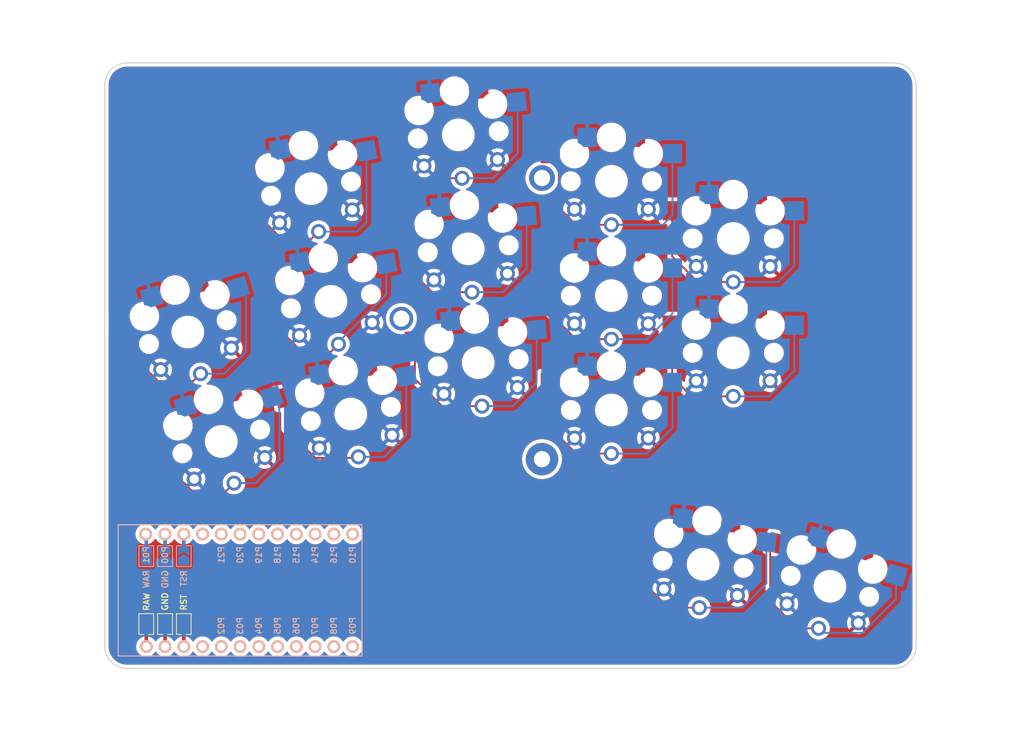
<source format=kicad_pcb>
(kicad_pcb (version 20211014) (generator pcbnew)
  (title_block (title "berylline_choc_min") (rev "v1.0.0") (company "Unknown"))
  (layers (0 "F.Cu" signal) (31 "B.Cu" signal) (34 "B.Paste" user) (35 "F.Paste" user) (36 "B.SilkS" user "B.Silkscreen") (37 "F.SilkS" user "F.Silkscreen") (38 "B.Mask" user) (39 "F.Mask" user) (44 "Edge.Cuts" user))
  (net 0 "")
  (net 1 "GND")
  (net 2 "RAW")
  (net 3 "RST")
  (net 4 "P2")
  (net 5 "P9")
  (net 6 "P8")
  (net 7 "P7")
  (net 8 "P6")
  (net 9 "P5")
  (net 10 "P4")
  (net 11 "P3")
  (net 12 "P10")
  (net 13 "P16")
  (net 14 "P14")
  (net 15 "P15")
  (net 16 "P18")
  (net 17 "P19")
  (net 18 "P20")
  (net 19 "P21")
  (footprint "clipboard:26e710fa-e187-4e29-9de4-4e8ff64e7115" (layer "F.Cu") (at 269.314 81.694)
    (fp_text reference "" (at 0 0) (layer "F.SilkS") (effects (font (size 1.27 1.27))))
    (fp_text value "" (at 0 0) (layer "F.SilkS") (effects (font (size 1.27 1.27))))
    (pad "1" thru_hole circle (at -17.6 -9.05) (size 3.5 3.5) (drill 2.2) (layers *.Cu *.Mask))
    (pad "1" thru_hole circle (at -17.6 29.05) (size 4.4 4.4) (drill 2.2) (layers *.Cu *.Mask))
    (pad "1" thru_hole circle (at -36.65 10) (size 3.2 3.2) (drill 2.2) (layers *.Cu *.Mask))
  )
  (footprint "Alaa:key" (layer "F.Cu") (at 290.704922 127.96917 -15)
    (fp_text reference "S15" hide)
    (fp_text value "" hide)
    (pad "" np_thru_hole circle (at -5.5 0 328) (size 1.7018 1.7018) (drill 1.7018) (layers *.Cu *.Mask))
    (pad "" np_thru_hole circle (at 0 -5.95 328) (size 3 3) (drill 3) (layers *.Cu *.Mask))
    (pad "" np_thru_hole circle (at -5 -3.749999 328) (size 3 3) (drill 3) (layers *.Cu *.Mask))
    (pad "" np_thru_hole circle (at 5 -3.749999 328) (size 3 3) (drill 3) (layers *.Cu *.Mask))
    (pad "" np_thru_hole circle (at 5.5 0 328) (size 1.7018 1.7018) (drill 1.7018) (layers *.Cu *.Mask))
    (pad "" np_thru_hole circle (at 0 0 328) (size 3.429 3.429) (drill 3.429) (layers *.Cu *.Mask))
    (pad "1" smd rect (at 3.274999 -5.949999 345) (size 2.6 2.6) (layers "F.Cu" "F.Paste" "F.Mask") (net 1 "GND"))
    (pad "1" thru_hole circle (at -5 3.8 328) (size 2.032 2.032) (drill 1.27) (layers *.Cu *.Mask) (net 1 "GND"))
    (pad "1" smd rect (at -3.275001 -5.95 345) (size 2.6 2.6) (layers "B.Cu" "B.Paste" "B.Mask") (net 1 "GND"))
    (pad "1" thru_hole circle (at 5 3.8 328) (size 2.032 2.032) (drill 1.27) (layers *.Cu *.Mask) (net 1 "GND"))
    (pad "2" smd rect (at -8.275001 -3.75 345) (size 2.6 2.6) (layers "F.Cu" "F.Paste" "F.Mask") (net 5 "P9"))
    (pad "2" smd rect (at 8.275 -3.749999 345) (size 2.6 2.6) (layers "B.Cu" "B.Paste" "B.Mask") (net 5 "P9"))
    (pad "2" thru_hole circle (at 0 5.9 328) (size 2.032 2.032) (drill 1.27) (layers *.Cu *.Mask) (net 5 "P9"))
  )
  (footprint "Alaa:key" (layer "F.Cu") (at 225.820872 104.62013 10)
    (fp_text reference "S3" hide)
    (fp_text value "" hide)
    (pad "" np_thru_hole circle (at -5 -3.749999 353) (size 3 3) (drill 3) (layers *.Cu *.Mask))
    (pad "" np_thru_hole circle (at 0 0 353) (size 3.429 3.429) (drill 3.429) (layers *.Cu *.Mask))
    (pad "" np_thru_hole circle (at 0 -5.95 353) (size 3 3) (drill 3) (layers *.Cu *.Mask))
    (pad "" np_thru_hole circle (at 5.5 0 353) (size 1.7018 1.7018) (drill 1.7018) (layers *.Cu *.Mask))
    (pad "" np_thru_hole circle (at -5.5 0 353) (size 1.7018 1.7018) (drill 1.7018) (layers *.Cu *.Mask))
    (pad "" np_thru_hole circle (at 5 -3.749999 353) (size 3 3) (drill 3) (layers *.Cu *.Mask))
    (pad "1" smd rect (at 3.274999 -5.949999 10) (size 2.6 2.6) (layers "F.Cu" "F.Paste" "F.Mask") (net 1 "GND"))
    (pad "1" thru_hole circle (at 5 3.8 353) (size 2.032 2.032) (drill 1.27) (layers *.Cu *.Mask) (net 1 "GND"))
    (pad "1" smd rect (at -3.275001 -5.95 10) (size 2.6 2.6) (layers "B.Cu" "B.Paste" "B.Mask") (net 1 "GND"))
    (pad "1" thru_hole circle (at -5 3.8 353) (size 2.032 2.032) (drill 1.27) (layers *.Cu *.Mask) (net 1 "GND"))
    (pad "2" smd rect (at -8.275001 -3.75 10) (size 2.6 2.6) (layers "F.Cu" "F.Paste" "F.Mask") (net 9 "P5"))
    (pad "2" smd rect (at 8.275 -3.749999 10) (size 2.6 2.6) (layers "B.Cu" "B.Paste" "B.Mask") (net 9 "P5"))
    (pad "2" thru_hole circle (at 0 5.9 353) (size 2.032 2.032) (drill 1.27) (layers *.Cu *.Mask) (net 9 "P5"))
  )
  (footprint "Alaa:key" (layer "F.Cu") (at 273.530975 124.990064 -5)
    (fp_text reference "S14" hide)
    (fp_text value "" hide)
    (pad "" np_thru_hole circle (at 0 -5.95 338) (size 3 3) (drill 3) (layers *.Cu *.Mask))
    (pad "" np_thru_hole circle (at 0 0 338) (size 3.429 3.429) (drill 3.429) (layers *.Cu *.Mask))
    (pad "" np_thru_hole circle (at 5.5 0 338) (size 1.7018 1.7018) (drill 1.7018) (layers *.Cu *.Mask))
    (pad "" np_thru_hole circle (at -5 -3.749999 338) (size 3 3) (drill 3) (layers *.Cu *.Mask))
    (pad "" np_thru_hole circle (at 5 -3.749999 338) (size 3 3) (drill 3) (layers *.Cu *.Mask))
    (pad "" np_thru_hole circle (at -5.5 0 338) (size 1.7018 1.7018) (drill 1.7018) (layers *.Cu *.Mask))
    (pad "1" thru_hole circle (at 5 3.8 338) (size 2.032 2.032) (drill 1.27) (layers *.Cu *.Mask) (net 1 "GND"))
    (pad "1" smd rect (at -3.275001 -5.95 355) (size 2.6 2.6) (layers "B.Cu" "B.Paste" "B.Mask") (net 1 "GND"))
    (pad "1" smd rect (at 3.274999 -5.949999 355) (size 2.6 2.6) (layers "F.Cu" "F.Paste" "F.Mask") (net 1 "GND"))
    (pad "1" thru_hole circle (at -5 3.8 338) (size 2.032 2.032) (drill 1.27) (layers *.Cu *.Mask) (net 1 "GND"))
    (pad "2" smd rect (at -8.275001 -3.75 355) (size 2.6 2.6) (layers "F.Cu" "F.Paste" "F.Mask") (net 6 "P8"))
    (pad "2" thru_hole circle (at 0 5.9 338) (size 2.032 2.032) (drill 1.27) (layers *.Cu *.Mask) (net 6 "P8"))
    (pad "2" smd rect (at 8.275 -3.749999 355) (size 2.6 2.6) (layers "B.Cu" "B.Paste" "B.Mask") (net 6 "P8"))
  )
  (footprint "Alaa:key" (layer "F.Cu") (at 208.276192 108.339872 17)
    (fp_text reference "S1" hide)
    (fp_text value "" hide)
    (pad "" np_thru_hole circle (at 0 0) (size 3.429 3.429) (drill 3.429) (layers *.Cu *.Mask))
    (pad "" np_thru_hole circle (at 5 -3.749999) (size 3 3) (drill 3) (layers *.Cu *.Mask))
    (pad "" np_thru_hole circle (at -5 -3.749999) (size 3 3) (drill 3) (layers *.Cu *.Mask))
    (pad "" np_thru_hole circle (at 5.5 0) (size 1.7018 1.7018) (drill 1.7018) (layers *.Cu *.Mask))
    (pad "" np_thru_hole circle (at -5.5 0) (size 1.7018 1.7018) (drill 1.7018) (layers *.Cu *.Mask))
    (pad "" np_thru_hole circle (at 0 -5.95) (size 3 3) (drill 3) (layers *.Cu *.Mask))
    (pad "1" smd rect (at -3.275001 -5.95 17) (size 2.6 2.6) (layers "B.Cu" "B.Paste" "B.Mask") (net 1 "GND"))
    (pad "1" smd rect (at 3.274999 -5.949999 17) (size 2.6 2.6) (layers "F.Cu" "F.Paste" "F.Mask") (net 1 "GND"))
    (pad "1" thru_hole circle (at -5 3.8) (size 2.032 2.032) (drill 1.27) (layers *.Cu *.Mask) (net 1 "GND"))
    (pad "1" thru_hole circle (at 5 3.8) (size 2.032 2.032) (drill 1.27) (layers *.Cu *.Mask) (net 1 "GND"))
    (pad "2" smd rect (at -8.275001 -3.75 17) (size 2.6 2.6) (layers "F.Cu" "F.Paste" "F.Mask") (net 7 "P7"))
    (pad "2" thru_hole circle (at 0 5.9) (size 2.032 2.032) (drill 1.27) (layers *.Cu *.Mask) (net 7 "P7"))
    (pad "2" smd rect (at 8.275 -3.749999 17) (size 2.6 2.6) (layers "B.Cu" "B.Paste" "B.Mask") (net 7 "P7"))
  )
  (footprint "Alaa:key" (layer "F.Cu") (at 243.074061 97.674062 5)
    (fp_text reference "S6" hide)
    (fp_text value "" hide)
    (pad "" np_thru_hole circle (at 0 0 348) (size 3.429 3.429) (drill 3.429) (layers *.Cu *.Mask))
    (pad "" np_thru_hole circle (at -5.5 0 348) (size 1.7018 1.7018) (drill 1.7018) (layers *.Cu *.Mask))
    (pad "" np_thru_hole circle (at -5 -3.749999 348) (size 3 3) (drill 3) (layers *.Cu *.Mask))
    (pad "" np_thru_hole circle (at 0 -5.95 348) (size 3 3) (drill 3) (layers *.Cu *.Mask))
    (pad "" np_thru_hole circle (at 5 -3.749999 348) (size 3 3) (drill 3) (layers *.Cu *.Mask))
    (pad "" np_thru_hole circle (at 5.5 0 348) (size 1.7018 1.7018) (drill 1.7018) (layers *.Cu *.Mask))
    (pad "1" thru_hole circle (at 5 3.8 348) (size 2.032 2.032) (drill 1.27) (layers *.Cu *.Mask) (net 1 "GND"))
    (pad "1" smd rect (at 3.274999 -5.949999 5) (size 2.6 2.6) (layers "F.Cu" "F.Paste" "F.Mask") (net 1 "GND"))
    (pad "1" thru_hole circle (at -5 3.8 348) (size 2.032 2.032) (drill 1.27) (layers *.Cu *.Mask) (net 1 "GND"))
    (pad "1" smd rect (at -3.275001 -5.95 5) (size 2.6 2.6) (layers "B.Cu" "B.Paste" "B.Mask") (net 1 "GND"))
    (pad "2" smd rect (at 8.275 -3.749999 5) (size 2.6 2.6) (layers "B.Cu" "B.Paste" "B.Mask") (net 4 "P2"))
    (pad "2" thru_hole circle (at 0 5.9 348) (size 2.032 2.032) (drill 1.27) (layers *.Cu *.Mask) (net 4 "P2"))
    (pad "2" smd rect (at -8.275001 -3.75 5) (size 2.6 2.6) (layers "F.Cu" "F.Paste" "F.Mask") (net 4 "P2"))
  )
  (footprint "Alaa:key" (layer "F.Cu") (at 220.437779 74.09109 10)
    (fp_text reference "S5" hide)
    (fp_text value "" hide)
    (pad "" np_thru_hole circle (at 5.5 0 353) (size 1.7018 1.7018) (drill 1.7018) (layers *.Cu *.Mask))
    (pad "" np_thru_hole circle (at -5 -3.749999 353) (size 3 3) (drill 3) (layers *.Cu *.Mask))
    (pad "" np_thru_hole circle (at 5 -3.749999 353) (size 3 3) (drill 3) (layers *.Cu *.Mask))
    (pad "" np_thru_hole circle (at 0 0 353) (size 3.429 3.429) (drill 3.429) (layers *.Cu *.Mask))
    (pad "" np_thru_hole circle (at 0 -5.95 353) (size 3 3) (drill 3) (layers *.Cu *.Mask))
    (pad "" np_thru_hole circle (at -5.5 0 353) (size 1.7018 1.7018) (drill 1.7018) (layers *.Cu *.Mask))
    (pad "1" smd rect (at 3.274999 -5.949999 10) (size 2.6 2.6) (layers "F.Cu" "F.Paste" "F.Mask") (net 1 "GND"))
    (pad "1" thru_hole circle (at 5 3.8 353) (size 2.032 2.032) (drill 1.27) (layers *.Cu *.Mask) (net 1 "GND"))
    (pad "1" thru_hole circle (at -5 3.8 353) (size 2.032 2.032) (drill 1.27) (layers *.Cu *.Mask) (net 1 "GND"))
    (pad "1" smd rect (at -3.275001 -5.95 10) (size 2.6 2.6) (layers "B.Cu" "B.Paste" "B.Mask") (net 1 "GND"))
    (pad "2" smd rect (at 8.275 -3.749999 10) (size 2.6 2.6) (layers "B.Cu" "B.Paste" "B.Mask") (net 11 "P3"))
    (pad "2" thru_hole circle (at 0 5.9 353) (size 2.032 2.032) (drill 1.27) (layers *.Cu *.Mask) (net 11 "P3"))
    (pad "2" smd rect (at -8.275001 -3.75 10) (size 2.6 2.6) (layers "F.Cu" "F.Paste" "F.Mask") (net 11 "P3"))
  )
  (footprint "Alaa:key" (layer "F.Cu") (at 277.612 80.832)
    (fp_text reference "S13" hide)
    (fp_text value "" hide)
    (pad "" np_thru_hole circle (at 5.5 0 343) (size 1.7018 1.7018) (drill 1.7018) (layers *.Cu *.Mask))
    (pad "" np_thru_hole circle (at 5 -3.749999 343) (size 3 3) (drill 3) (layers *.Cu *.Mask))
    (pad "" np_thru_hole circle (at -5 -3.749999 343) (size 3 3) (drill 3) (layers *.Cu *.Mask))
    (pad "" np_thru_hole circle (at 0 -5.95 343) (size 3 3) (drill 3) (layers *.Cu *.Mask))
    (pad "" np_thru_hole circle (at -5.5 0 343) (size 1.7018 1.7018) (drill 1.7018) (layers *.Cu *.Mask))
    (pad "" np_thru_hole circle (at 0 0 343) (size 3.429 3.429) (drill 3.429) (layers *.Cu *.Mask))
    (pad "1" thru_hole circle (at -5 3.8 343) (size 2.032 2.032) (drill 1.27) (layers *.Cu *.Mask) (net 1 "GND"))
    (pad "1" thru_hole circle (at 5 3.8 343) (size 2.032 2.032) (drill 1.27) (layers *.Cu *.Mask) (net 1 "GND"))
    (pad "1" smd rect (at 3.274999 -5.949999) (size 2.6 2.6) (layers "F.Cu" "F.Paste" "F.Mask") (net 1 "GND"))
    (pad "1" smd rect (at -3.275001 -5.95) (size 2.6 2.6) (layers "B.Cu" "B.Paste" "B.Mask") (net 1 "GND"))
    (pad "2" smd rect (at -8.275001 -3.75) (size 2.6 2.6) (layers "F.Cu" "F.Paste" "F.Mask") (net 18 "P20"))
    (pad "2" thru_hole circle (at 0 5.9 343) (size 2.032 2.032) (drill 1.27) (layers *.Cu *.Mask) (net 18 "P20"))
    (pad "2" smd rect (at 8.275 -3.749999) (size 2.6 2.6) (layers "B.Cu" "B.Paste" "B.Mask") (net 18 "P20"))
  )
  (footprint "Alaa:key" (layer "F.Cu") (at 261.112 73.082)
    (fp_text reference "S11" hide)
    (fp_text value "" hide)
    (pad "" np_thru_hole circle (at 0 -5.95 343) (size 3 3) (drill 3) (layers *.Cu *.Mask))
    (pad "" np_thru_hole circle (at 5.5 0 343) (size 1.7018 1.7018) (drill 1.7018) (layers *.Cu *.Mask))
    (pad "" np_thru_hole circle (at 5 -3.749999 343) (size 3 3) (drill 3) (layers *.Cu *.Mask))
    (pad "" np_thru_hole circle (at 0 0 343) (size 3.429 3.429) (drill 3.429) (layers *.Cu *.Mask))
    (pad "" np_thru_hole circle (at -5.5 0 343) (size 1.7018 1.7018) (drill 1.7018) (layers *.Cu *.Mask))
    (pad "" np_thru_hole circle (at -5 -3.749999 343) (size 3 3) (drill 3) (layers *.Cu *.Mask))
    (pad "1" thru_hole circle (at -5 3.8 343) (size 2.032 2.032) (drill 1.27) (layers *.Cu *.Mask) (net 1 "GND"))
    (pad "1" smd rect (at -3.275001 -5.95) (size 2.6 2.6) (layers "B.Cu" "B.Paste" "B.Mask") (net 1 "GND"))
    (pad "1" smd rect (at 3.274999 -5.949999) (size 2.6 2.6) (layers "F.Cu" "F.Paste" "F.Mask") (net 1 "GND"))
    (pad "1" thru_hole circle (at 5 3.8 343) (size 2.032 2.032) (drill 1.27) (layers *.Cu *.Mask) (net 1 "GND"))
    (pad "2" thru_hole circle (at 0 5.9 343) (size 2.032 2.032) (drill 1.27) (layers *.Cu *.Mask) (net 12 "P10"))
    (pad "2" smd rect (at -8.275001 -3.75) (size 2.6 2.6) (layers "F.Cu" "F.Paste" "F.Mask") (net 12 "P10"))
    (pad "2" smd rect (at 8.275 -3.749999) (size 2.6 2.6) (layers "B.Cu" "B.Paste" "B.Mask") (net 12 "P10"))
  )
  (footprint "Alaa:key" (layer "F.Cu") (at 277.612 96.332)
    (fp_text reference "S12" hide)
    (fp_text value "" hide)
    (pad "" np_thru_hole circle (at 5.5 0 343) (size 1.7018 1.7018) (drill 1.7018) (layers *.Cu *.Mask))
    (pad "" np_thru_hole circle (at 0 0 343) (size 3.429 3.429) (drill 3.429) (layers *.Cu *.Mask))
    (pad "" np_thru_hole circle (at -5.5 0 343) (size 1.7018 1.7018) (drill 1.7018) (layers *.Cu *.Mask))
    (pad "" np_thru_hole circle (at 0 -5.95 343) (size 3 3) (drill 3) (layers *.Cu *.Mask))
    (pad "" np_thru_hole circle (at 5 -3.749999 343) (size 3 3) (drill 3) (layers *.Cu *.Mask))
    (pad "" np_thru_hole circle (at -5 -3.749999 343) (size 3 3) (drill 3) (layers *.Cu *.Mask))
    (pad "1" thru_hole circle (at 5 3.8 343) (size 2.032 2.032) (drill 1.27) (layers *.Cu *.Mask) (net 1 "GND"))
    (pad "1" smd rect (at 3.274999 -5.949999) (size 2.6 2.6) (layers "F.Cu" "F.Paste" "F.Mask") (net 1 "GND"))
    (pad "1" thru_hole circle (at -5 3.8 343) (size 2.032 2.032) (drill 1.27) (layers *.Cu *.Mask) (net 1 "GND"))
    (pad "1" smd rect (at -3.275001 -5.95) (size 2.6 2.6) (layers "B.Cu" "B.Paste" "B.Mask") (net 1 "GND"))
    (pad "2" smd rect (at -8.275001 -3.75) (size 2.6 2.6) (layers "F.Cu" "F.Paste" "F.Mask") (net 17 "P19"))
    (pad "2" thru_hole circle (at 0 5.9 343) (size 2.032 2.032) (drill 1.27) (layers *.Cu *.Mask) (net 17 "P19"))
    (pad "2" smd rect (at 8.275 -3.749999) (size 2.6 2.6) (layers "B.Cu" "B.Paste" "B.Mask") (net 17 "P19"))
  )
  (footprint "Alaa:key" (layer "F.Cu") (at 240.372232 66.792026 5)
    (fp_text reference "S8" hide)
    (fp_text value "" hide)
    (pad "" np_thru_hole circle (at 0 -5.95 348) (size 3 3) (drill 3) (layers *.Cu *.Mask))
    (pad "" np_thru_hole circle (at 0 0 348) (size 3.429 3.429) (drill 3.429) (layers *.Cu *.Mask))
    (pad "" np_thru_hole circle (at -5.5 0 348) (size 1.7018 1.7018) (drill 1.7018) (layers *.Cu *.Mask))
    (pad "" np_thru_hole circle (at 5.5 0 348) (size 1.7018 1.7018) (drill 1.7018) (layers *.Cu *.Mask))
    (pad "" np_thru_hole circle (at 5 -3.749999 348) (size 3 3) (drill 3) (layers *.Cu *.Mask))
    (pad "" np_thru_hole circle (at -5 -3.749999 348) (size 3 3) (drill 3) (layers *.Cu *.Mask))
    (pad "1" thru_hole circle (at 5 3.8 348) (size 2.032 2.032) (drill 1.27) (layers *.Cu *.Mask) (net 1 "GND"))
    (pad "1" thru_hole circle (at -5 3.8 348) (size 2.032 2.032) (drill 1.27) (layers *.Cu *.Mask) (net 1 "GND"))
    (pad "1" smd rect (at -3.275001 -5.95 5) (size 2.6 2.6) (layers "B.Cu" "B.Paste" "B.Mask") (net 1 "GND"))
    (pad "1" smd rect (at 3.274999 -5.949999 5) (size 2.6 2.6) (layers "F.Cu" "F.Paste" "F.Mask") (net 1 "GND"))
    (pad "2" smd rect (at -8.275001 -3.75 5) (size 2.6 2.6) (layers "F.Cu" "F.Paste" "F.Mask") (net 15 "P15"))
    (pad "2" smd rect (at 8.275 -3.749999 5) (size 2.6 2.6) (layers "B.Cu" "B.Paste" "B.Mask") (net 15 "P15"))
    (pad "2" thru_hole circle (at 0 5.9 348) (size 2.032 2.032) (drill 1.27) (layers *.Cu *.Mask) (net 15 "P15"))
  )
  (footprint "Alaa:key" (layer "F.Cu") (at 261.112 104.082)
    (fp_text reference "S9" hide)
    (fp_text value "" hide)
    (pad "" np_thru_hole circle (at 0 0 343) (size 3.429 3.429) (drill 3.429) (layers *.Cu *.Mask))
    (pad "" np_thru_hole circle (at 5 -3.749999 343) (size 3 3) (drill 3) (layers *.Cu *.Mask))
    (pad "" np_thru_hole circle (at 0 -5.95 343) (size 3 3) (drill 3) (layers *.Cu *.Mask))
    (pad "" np_thru_hole circle (at 5.5 0 343) (size 1.7018 1.7018) (drill 1.7018) (layers *.Cu *.Mask))
    (pad "" np_thru_hole circle (at -5 -3.749999 343) (size 3 3) (drill 3) (layers *.Cu *.Mask))
    (pad "" np_thru_hole circle (at -5.5 0 343) (size 1.7018 1.7018) (drill 1.7018) (layers *.Cu *.Mask))
    (pad "1" smd rect (at 3.274999 -5.949999) (size 2.6 2.6) (layers "F.Cu" "F.Paste" "F.Mask") (net 1 "GND"))
    (pad "1" smd rect (at -3.275001 -5.95) (size 2.6 2.6) (layers "B.Cu" "B.Paste" "B.Mask") (net 1 "GND"))
    (pad "1" thru_hole circle (at 5 3.8 343) (size 2.032 2.032) (drill 1.27) (layers *.Cu *.Mask) (net 1 "GND"))
    (pad "1" thru_hole circle (at -5 3.8 343) (size 2.032 2.032) (drill 1.27) (layers *.Cu *.Mask) (net 1 "GND"))
    (pad "2" smd rect (at -8.275001 -3.75) (size 2.6 2.6) (layers "F.Cu" "F.Paste" "F.Mask") (net 14 "P14"))
    (pad "2" smd rect (at 8.275 -3.749999) (size 2.6 2.6) (layers "B.Cu" "B.Paste" "B.Mask") (net 14 "P14"))
    (pad "2" thru_hole circle (at 0 5.9 343) (size 2.032 2.032) (drill 1.27) (layers *.Cu *.Mask) (net 14 "P14"))
  )
  (footprint "Alaa:key" (layer "F.Cu") (at 261.112 88.582)
    (fp_text reference "S10" hide)
    (fp_text value "" hide)
    (pad "" np_thru_hole circle (at 5 -3.749999 343) (size 3 3) (drill 3) (layers *.Cu *.Mask))
    (pad "" np_thru_hole circle (at 0 0 343) (size 3.429 3.429) (drill 3.429) (layers *.Cu *.Mask))
    (pad "" np_thru_hole circle (at -5 -3.749999 343) (size 3 3) (drill 3) (layers *.Cu *.Mask))
    (pad "" np_thru_hole circle (at 5.5 0 343) (size 1.7018 1.7018) (drill 1.7018) (layers *.Cu *.Mask))
    (pad "" np_thru_hole circle (at 0 -5.95 343) (size 3 3) (drill 3) (layers *.Cu *.Mask))
    (pad "" np_thru_hole circle (at -5.5 0 343) (size 1.7018 1.7018) (drill 1.7018) (layers *.Cu *.Mask))
    (pad "1" smd rect (at -3.275001 -5.95) (size 2.6 2.6) (layers "B.Cu" "B.Paste" "B.Mask") (net 1 "GND"))
    (pad "1" smd rect (at 3.274999 -5.949999) (size 2.6 2.6) (layers "F.Cu" "F.Paste" "F.Mask") (net 1 "GND"))
    (pad "1" thru_hole circle (at 5 3.8 343) (size 2.032 2.032) (drill 1.27) (layers *.Cu *.Mask) (net 1 "GND"))
    (pad "1" thru_hole circle (at -5 3.8 343) (size 2.032 2.032) (drill 1.27) (layers *.Cu *.Mask) (net 1 "GND"))
    (pad "2" smd rect (at -8.275001 -3.75) (size 2.6 2.6) (layers "F.Cu" "F.Paste" "F.Mask") (net 13 "P16"))
    (pad "2" smd rect (at 8.275 -3.749999) (size 2.6 2.6) (layers "B.Cu" "B.Paste" "B.Mask") (net 13 "P16"))
    (pad "2" thru_hole circle (at 0 5.9 343) (size 2.032 2.032) (drill 1.27) (layers *.Cu *.Mask) (net 13 "P16"))
  )
  (footprint "Alaa:key" (layer "F.Cu") (at 203.744431 93.517148 17)
    (fp_text reference "S2" hide)
    (fp_text value "" hide)
    (pad "" np_thru_hole circle (at -5 -3.749999) (size 3 3) (drill 3) (layers *.Cu *.Mask))
    (pad "" np_thru_hole circle (at -5.5 0) (size 1.7018 1.7018) (drill 1.7018) (layers *.Cu *.Mask))
    (pad "" np_thru_hole circle (at 5 -3.749999) (size 3 3) (drill 3) (layers *.Cu *.Mask))
    (pad "" np_thru_hole circle (at 0 -5.95) (size 3 3) (drill 3) (layers *.Cu *.Mask))
    (pad "" np_thru_hole circle (at 5.5 0) (size 1.7018 1.7018) (drill 1.7018) (layers *.Cu *.Mask))
    (pad "" np_thru_hole circle (at 0 0) (size 3.429 3.429) (drill 3.429) (layers *.Cu *.Mask))
    (pad "1" smd rect (at -3.275001 -5.95 17) (size 2.6 2.6) (layers "B.Cu" "B.Paste" "B.Mask") (net 1 "GND"))
    (pad "1" thru_hole circle (at 5 3.8) (size 2.032 2.032) (drill 1.27) (layers *.Cu *.Mask) (net 1 "GND"))
    (pad "1" smd rect (at 3.274999 -5.949999 17) (size 2.6 2.6) (layers "F.Cu" "F.Paste" "F.Mask") (net 1 "GND"))
    (pad "1" thru_hole circle (at -5 3.8) (size 2.032 2.032) (drill 1.27) (layers *.Cu *.Mask) (net 1 "GND"))
    (pad "2" thru_hole circle (at 0 5.9) (size 2.032 2.032) (drill 1.27) (layers *.Cu *.Mask) (net 8 "P6"))
    (pad "2" smd rect (at -8.275001 -3.75 17) (size 2.6 2.6) (layers "F.Cu" "F.Paste" "F.Mask") (net 8 "P6"))
    (pad "2" smd rect (at 8.275 -3.749999 17) (size 2.6 2.6) (layers "B.Cu" "B.Paste" "B.Mask") (net 8 "P6"))
  )
  (footprint "Alaa:key" (layer "F.Cu") (at 223.129325 89.35561 10)
    (fp_text reference "S4" hide)
    (fp_text value "" hide)
    (pad "" np_thru_hole circle (at 5.5 0 353) (size 1.7018 1.7018) (drill 1.7018) (layers *.Cu *.Mask))
    (pad "" np_thru_hole circle (at -5.5 0 353) (size 1.7018 1.7018) (drill 1.7018) (layers *.Cu *.Mask))
    (pad "" np_thru_hole circle (at 0 0 353) (size 3.429 3.429) (drill 3.429) (layers *.Cu *.Mask))
    (pad "" np_thru_hole circle (at 5 -3.749999 353) (size 3 3) (drill 3) (layers *.Cu *.Mask))
    (pad "" np_thru_hole circle (at 0 -5.95 353) (size 3 3) (drill 3) (layers *.Cu *.Mask))
    (pad "" np_thru_hole circle (at -5 -3.749999 353) (size 3 3) (drill 3) (layers *.Cu *.Mask))
    (pad "1" smd rect (at 3.274999 -5.949999 10) (size 2.6 2.6) (layers "F.Cu" "F.Paste" "F.Mask") (net 1 "GND"))
    (pad "1" thru_hole circle (at 5 3.8 353) (size 2.032 2.032) (drill 1.27) (layers *.Cu *.Mask) (net 1 "GND"))
    (pad "1" smd rect (at -3.275001 -5.95 10) (size 2.6 2.6) (layers "B.Cu" "B.Paste" "B.Mask") (net 1 "GND"))
    (pad "1" thru_hole circle (at -5 3.8 353) (size 2.032 2.032) (drill 1.27) (layers *.Cu *.Mask) (net 1 "GND"))
    (pad "2" smd rect (at -8.275001 -3.75 10) (size 2.6 2.6) (layers "F.Cu" "F.Paste" "F.Mask") (net 10 "P4"))
    (pad "2" thru_hole circle (at 0 5.9 353) (size 2.032 2.032) (drill 1.27) (layers *.Cu *.Mask) (net 10 "P4"))
    (pad "2" smd rect (at 8.275 -3.749999 10) (size 2.6 2.6) (layers "B.Cu" "B.Paste" "B.Mask") (net 10 "P4"))
  )
  (footprint "Alaa:key" (layer "F.Cu") (at 241.723147 82.233044 5)
    (fp_text reference "S7" hide)
    (fp_text value "" hide)
    (pad "" np_thru_hole circle (at 5.5 0 348) (size 1.7018 1.7018) (drill 1.7018) (layers *.Cu *.Mask))
    (pad "" np_thru_hole circle (at 0 -5.95 348) (size 3 3) (drill 3) (layers *.Cu *.Mask))
    (pad "" np_thru_hole circle (at -5 -3.749999 348) (size 3 3) (drill 3) (layers *.Cu *.Mask))
    (pad "" np_thru_hole circle (at 0 0 348) (size 3.429 3.429) (drill 3.429) (layers *.Cu *.Mask))
    (pad "" np_thru_hole circle (at 5 -3.749999 348) (size 3 3) (drill 3) (layers *.Cu *.Mask))
    (pad "" np_thru_hole circle (at -5.5 0 348) (size 1.7018 1.7018) (drill 1.7018) (layers *.Cu *.Mask))
    (pad "1" thru_hole circle (at 5 3.8 348) (size 2.032 2.032) (drill 1.27) (layers *.Cu *.Mask) (net 1 "GND"))
    (pad "1" smd rect (at 3.274999 -5.949999 5) (size 2.6 2.6) (layers "F.Cu" "F.Paste" "F.Mask") (net 1 "GND"))
    (pad "1" thru_hole circle (at -5 3.8 348) (size 2.032 2.032) (drill 1.27) (layers *.Cu *.Mask) (net 1 "GND"))
    (pad "1" smd rect (at -3.275001 -5.95 5) (size 2.6 2.6) (layers "B.Cu" "B.Paste" "B.Mask") (net 1 "GND"))
    (pad "2" smd rect (at -8.275001 -3.75 5) (size 2.6 2.6) (layers "F.Cu" "F.Paste" "F.Mask") (net 16 "P18"))
    (pad "2" smd rect (at 8.275 -3.749999 5) (size 2.6 2.6) (layers "B.Cu" "B.Paste" "B.Mask") (net 16 "P18"))
    (pad "2" thru_hole circle (at 0 5.9 348) (size 2.032 2.032) (drill 1.27) (layers *.Cu *.Mask) (net 16 "P18"))
  )
  (footprint "Alaa:ProMicro32keys" (layer "B.Cu") (at 212.09 128.524)
    (fp_text reference "MCU1" hide)
    (fp_text value "" hide)
    (fp_text user "P15" (at 6.35 -4.8 90) (layer "B.SilkS") (effects (font (size 0.8 0.8)) (justify mirror)))
    (fp_text user "P07" (at 8.89 4.8 90) (layer "B.SilkS") (effects (font (size 0.8 0.8)) (justify mirror)))
    (fp_text user "P18" (at 3.81 -4.8 90) (layer "B.SilkS") (effects (font (size 0.8 0.8)) (justify mirror)))
    (fp_text user "P19" (at 1.27 -4.8 90) (layer "B.SilkS") (effects (font (size 0.8 0.8)) (justify mirror)))
    (fp_text user "P05" (at 3.81 4.8 90) (layer "B.SilkS") (effects (font (size 0.8 0.8)) (justify mirror)))
    (fp_text user "P01" (at -13.97 -4.8 90) (layer "B.SilkS") (effects (font (size 0.8 0.8)) (justify mirror)))
    (fp_text user "P20" (at -1.27 -4.8 90) (layer "B.SilkS") (effects (font (size 0.8 0.8)) (justify mirror)))
    (fp_text user "P08" (at 11.43 4.8 90) (layer "B.SilkS") (effects (font (size 0.8 0.8)) (justify mirror)))
    (fp_text user "GND" (at -11.43 -1.499237 90 unlocked) (layer "B.SilkS") (effects (font (size 0.8 0.8)) (justify mirror)))
    (fp_text user "P21" (at -3.81 -4.8 90) (layer "B.SilkS") (effects (font (size 0.8 0.8)) (justify mirror)))
    (fp_text user "RST" (at -8.89 -1.613523 90 unlocked) (layer "B.SilkS") (effects (font (size 0.8 0.8)) (justify mirror)))
    (fp_text user "P03" (at -1.27 4.8 90) (layer "B.SilkS") (effects (font (size 0.8 0.8)) (justify mirror)))
    (fp_text user "P10" (at 13.97 -4.8 90) (layer "B.SilkS") (effects (font (size 0.8 0.8)) (justify mirror)))
    (fp_text user "P00" (at -11.43 -4.8 90) (layer "B.SilkS") (effects (font (size 0.8 0.8)) (justify mirror)))
    (fp_text user "P14" (at 8.89 -4.8 90) (layer "B.SilkS") (effects (font (size 0.8 0.8)) (justify mirror)))
    (fp_text user "P16" (at 11.43 -4.8 90) (layer "B.SilkS") (effects (font (size 0.8 0.8)) (justify mirror)))
    (fp_text user "P02" (at -3.81 4.8 90) (layer "B.SilkS") (effects (font (size 0.8 0.8)) (justify mirror)))
    (fp_text user "P09" (at 13.97 4.8 90) (layer "B.SilkS") (effects (font (size 0.8 0.8)) (justify mirror)))
    (fp_text user "P04" (at 1.27 4.8 90) (layer "B.SilkS") (effects (font (size 0.8 0.8)) (justify mirror)))
    (fp_text user "RAW" (at -13.97 -1.499237 90 unlocked) (layer "B.SilkS") (effects (font (size 0.8 0.8)) (justify mirror)))
    (fp_text user "P06" (at 6.35 4.8 90) (layer "B.SilkS") (effects (font (size 0.8 0.8)) (justify mirror)))
    (fp_text user "RST" (at -8.898059 1.629226 90 unlocked) (layer "F.SilkS") (effects (font (size 0.8 0.8))))
    (fp_text user "RAW" (at -13.935627 1.552204 90 unlocked) (layer "F.SilkS") (effects (font (size 0.8 0.8))))
    (fp_text user "GND" (at -11.438059 1.514941 90 unlocked) (layer "F.SilkS") (effects (font (size 0.8 0.8))))
    (fp_line (start -9.89 -6.038523) (end -9.89 -3.238523) (layer "B.SilkS") (width 0.12))
    (fp_line (start -17.78 -8.89) (end 15.24 -8.89) (layer "B.SilkS") (width 0.15))
    (fp_line (start -12.43 -6.038523) (end -12.43 -3.238523) (layer "B.SilkS") (width 0.12))
    (fp_line (start -12.97 -6.038523) (end -13.65 -6.038523) (layer "B.SilkS") (width 0.12))
    (fp_line (start -10.43 -6.038523) (end -11.1 -6.038523) (layer "B.SilkS") (width 0.12))
    (fp_line (start -14.97 -6.038523) (end -14.97 -3.238523) (layer "B.SilkS") (width 0.12))
    (fp_line (start -7.89 -6.038523) (end -8.575 -6.038523) (layer "B.SilkS") (width 0.12))
    (fp_line (start 15.24 8.89) (end -17.78 8.89) (layer "B.SilkS") (width 0.15))
    (fp_line (start -14.3 -6.038523) (end -14.97 -6.038523) (layer "B.SilkS") (width 0.12))
    (fp_line (start -9.225 -6.038523) (end -9.89 -6.038523) (layer "B.SilkS") (width 0.12))
    (fp_line (start -12.97 -3.238523) (end -12.97 -6.038523) (layer "B.SilkS") (width 0.12))
    (fp_line (start -12.43 -3.238523) (end -10.43 -3.238523) (layer "B.SilkS") (width 0.12))
    (fp_line (start -11.75 -6.038523) (end -12.43 -6.038523) (layer "B.SilkS") (width 0.12))
    (fp_line (start -7.89 -3.238523) (end -7.89 -6.038523) (layer "B.SilkS") (width 0.12))
    (fp_line (start 15.24 -8.89) (end 15.24 8.89) (layer "B.SilkS") (width 0.15))
    (fp_line (start -9.89 -3.238523) (end -7.89 -3.238523) (layer "B.SilkS") (width 0.12))
    (fp_line (start -10.43 -3.238523) (end -10.43 -6.038523) (layer "B.SilkS") (width 0.12))
    (fp_line (start -17.78 8.89) (end -17.78 -8.89) (layer "B.SilkS") (width 0.15))
    (fp_line (start -14.97 -3.238523) (end -12.97 -3.238523) (layer "B.SilkS") (width 0.12))
    (fp_line (start -12.97 5.961477) (end -13.65 5.961477) (layer "F.SilkS") (width 0.12))
    (fp_line (start -7.89 5.961477) (end -8.55 5.961477) (layer "F.SilkS") (width 0.12))
    (fp_line (start -10.43 3.161477) (end -10.43 5.961477) (layer "F.SilkS") (width 0.12))
    (fp_line (start -9.225 5.961477) (end -9.89 5.961477) (layer "F.SilkS") (width 0.12))
    (fp_line (start -12.97 3.161477) (end -12.97 5.961477) (layer "F.SilkS") (width 0.12))
    (fp_line (start -7.89 3.161477) (end -7.89 5.961477) (layer "F.SilkS") (width 0.12))
    (fp_line (start -10.43 5.961477) (end -11.1 5.961477) (layer "F.SilkS") (width 0.12))
    (fp_line (start -9.89 3.161477) (end -7.89 3.161477) (layer "F.SilkS") (width 0.12))
    (fp_line (start -9.89 5.961477) (end -9.89 3.161477) (layer "F.SilkS") (width 0.12))
    (fp_line (start -14.97 5.961477) (end -14.97 3.161477) (layer "F.SilkS") (width 0.12))
    (fp_line (start -14.3 5.961477) (end -14.97 5.961477) (layer "F.SilkS") (width 0.12))
    (fp_line (start -12.43 5.961477) (end -12.43 3.161477) (layer "F.SilkS") (width 0.12))
    (fp_line (start -11.75 5.961477) (end -12.43 5.961477) (layer "F.SilkS") (width 0.12))
    (fp_line (start -14.97 3.161477) (end -12.97 3.161477) (layer "F.SilkS") (width 0.12))
    (fp_line (start -12.43 3.161477) (end -10.43 3.161477) (layer "F.SilkS") (width 0.12))
    (pad "" thru_hole circle (at -8.89 -7.62 270) (size 1.7526 1.7526) (drill 1.0922) (layers *.Cu *.SilkS *.Mask))
    (pad "" smd custom (at -13.97 5.286477 90) (size 0.3 0.3) (layers "F.Cu" "F.Mask") (options (clearance outline) (anchor rect)) (primitives (gr_poly (pts (xy 0.15 0) (xy 0.65 -0.75) (xy -0.5 -0.75) (xy -0.5 0.75) (xy 0.65 0.75)) (width 0) (fill yes))))
    (pad "" thru_hole circle (at -14.053746 -7.62 270) (size 1.7526 1.7526) (drill 1.0922) (layers *.Cu *.SilkS *.Mask))
    (pad "" thru_hole circle (at -11.43 -7.62 270) (size 1.7526 1.7526) (drill 1.0922) (layers *.Cu *.SilkS *.Mask))
    (pad "" thru_hole circle (at -8.89 7.62 270) (size 1.7526 1.7526) (drill 1.0922) (layers *.Cu *.SilkS *.Mask))
    (pad "" thru_hole circle (at -11.43 7.62 270) (size 1.7526 1.7526) (drill 1.0922) (layers *.Cu *.SilkS *.Mask))
    (pad "" smd custom (at -11.43 -5.363523 90) (size 0.3 0.3) (layers "B.Cu" "B.Mask") (options (clearance outline) (anchor rect)) (primitives (gr_poly (pts (xy 0.5 -0.75) (xy -0.65 -0.75) (xy -0.15 0) (xy -0.65 0.75) (xy 0.5 0.75)) (width 0) (fill yes))))
    (pad "" smd rect (at -11.43 6.236477) (size 0.5 1.524) (layers "F.Cu" "F.Mask"))
    (pad "" smd rect (at -11.43 -6.288523) (size 0.5 1.524) (layers "B.Cu" "B.Mask"))
    (pad "" smd rect (at -8.89 6.236477) (size 0.5 1.524) (layers "F.Cu" "F.Mask"))
    (pad "" smd custom (at -8.89 -5.363523 90) (size 0.3 0.3) (layers "B.Cu" "B.Mask") (options (clearance outline) (anchor rect)) (primitives (gr_poly (pts (xy 0.5 -0.75) (xy -0.65 -0.75) (xy -0.15 0) (xy -0.65 0.75) (xy 0.5 0.75)) (width 0) (fill yes))))
    (pad "" smd custom (at -8.89 5.286477 90) (size 0.3 0.3) (layers "F.Cu" "F.Mask") (options (clearance outline) (anchor rect)) (primitives (gr_poly (pts (xy 0.15 0) (xy 0.65 -0.75) (xy -0.5 -0.75) (xy -0.5 0.75) (xy 0.65 0.75)) (width 0) (fill yes))))
    (pad "" smd rect (at -8.89 -6.288523) (size 0.5 1.524) (layers "B.Cu" "B.Mask"))
    (pad "" smd custom (at -13.97 -5.363523 90) (size 0.3 0.3) (layers "B.Cu" "B.Mask") (options (clearance outline) (anchor rect)) (primitives (gr_poly (pts (xy 0.5 -0.75) (xy -0.65 -0.75) (xy -0.15 0) (xy -0.65 0.75) (xy 0.5 0.75)) (width 0) (fill yes))))
    (pad "" smd rect (at -13.97 -6.288523) (size 0.5 1.524) (layers "B.Cu" "B.Mask"))
    (pad "" smd rect (at -13.97 6.236477) (size 0.5 1.524) (layers "F.Cu" "F.Mask") (clearance 0.2))
    (pad "" thru_hole circle (at -13.97 7.62 270) (size 1.7526 1.7526) (drill 1.0922) (layers *.Cu *.SilkS *.Mask))
    (pad "" smd custom (at -11.43 5.286477 90) (size 0.3 0.3) (layers "F.Cu" "F.Mask") (options (clearance outline) (anchor rect)) (primitives (gr_poly (pts (xy 0.15 0) (xy 0.65 -0.75) (xy -0.5 -0.75) (xy -0.5 0.75) (xy 0.65 0.75)) (width 0) (fill yes))))
    (pad "1" smd custom (at -13.97 3.836477 90) (size 0.3 0.3) (layers "F.Cu" "F.Mask") (net 2 "RAW") (options (clearance outline) (anchor rect)) (primitives (gr_poly (pts (xy 0.5 -0.75) (xy -0.5 -0.75) (xy -1 0) (xy -0.5 0.75) (xy 0.5 0.75)) (width 0) (fill yes))))
    (pad "1" smd custom (at -13.97 -3.913523 90) (size 0.3 0.3) (layers "B.Cu" "B.Mask") (net 2 "RAW") (options (clearance outline) (anchor rect)) (primitives (gr_poly (pts (xy 1 0) (xy 0.5 -0.75) (xy -0.5 -0.75) (xy -0.5 0.75) (xy 0.5 0.75)) (width 0) (fill yes))))
    (pad "2" smd custom (at -11.43 -3.913523 90) (size 0.3 0.3) (layers "B.Cu" "B.Mask") (net 1 "GND") (options (clearance outline) (anchor rect)) (primitives (gr_poly (pts (xy 1 0) (xy 0.5 -0.75) (xy -0.5 -0.75) (xy -0.5 0.75) (xy 0.5 0.75)) (width 0) (fill yes))))
    (pad "2" smd custom (at -11.43 3.836477 90) (size 0.3 0.3) (layers "F.Cu" "F.Mask") (net 1 "GND") (options (clearance outline) (anchor rect)) (primitives (gr_poly (pts (xy 0.5 -0.75) (xy -0.5 -0.75) (xy -1 0) (xy -0.5 0.75) (xy 0.5 0.75)) (width 0) (fill yes))))
    (pad "3" smd custom (at -8.89 -3.913523 90) (size 0.3 0.3) (layers "B.Cu" "B.Mask") (net 3 "RST") (options (clearance outline) (anchor rect)) (primitives (gr_poly (pts (xy 1 0) (xy 0.5 -0.75) (xy -0.5 -0.75) (xy -0.5 0.75) (xy 0.5 0.75)) (width 0) (fill yes))))
    (pad "3" smd custom (at -8.89 3.836477 90) (size 0.3 0.3) (layers "F.Cu" "F.Mask") (net 3 "RST") (options (clearance outline) (anchor rect)) (primitives (gr_poly (pts (xy 0.5 -0.75) (xy -0.5 -0.75) (xy -1 0) (xy -0.5 0.75) (xy 0.5 0.75)) (width 0) (fill yes))))
    (pad "4" thru_hole circle (at -6.35 -7.62 270) (size 1.7526 1.7526) (drill 1.0922) (layers *.Cu *.SilkS *.Mask))
    (pad "5" thru_hole circle (at -3.81 -7.62 270) (size 1.7526 1.7526) (drill 1.0922) (layers *.Cu *.SilkS *.Mask) (net 19 "P21"))
    (pad "6" thru_hole circle (at -1.27 -7.62 270) (size 1.7526 1.7526) (drill 1.0922) (layers *.Cu *.SilkS *.Mask) (net 18 "P20"))
    (pad "7" thru_hole circle (at 1.27 -7.62 270) (size 1.7526 1.7526) (drill 1.0922) (layers *.Cu *.SilkS *.Mask) (net 17 "P19"))
    (pad "8" thru_hole circle (at 3.81 -7.62 270) (size 1.7526 1.7526) (drill 1.0922) (layers *.Cu *.SilkS *.Mask) (net 16 "P18"))
    (pad "9" thru_hole circle (at 6.35 -7.62 270) (size 1.7526 1.7526) (drill 1.0922) (layers *.Cu *.SilkS *.Mask) (net 15 "P15"))
    (pad "10" thru_hole circle (at 8.89 -7.62 270) (size 1.7526 1.7526) (drill 1.0922) (layers *.Cu *.SilkS *.Mask) (net 14 "P14"))
    (pad "11" thru_hole circle (at 11.43 -7.62 270) (size 1.7526 1.7526) (drill 1.0922) (layers *.Cu *.SilkS *.Mask) (net 13 "P16"))
    (pad "12" thru_hole circle (at 13.97 -7.62 270) (size 1.7526 1.7526) (drill 1.0922) (layers *.Cu *.SilkS *.Mask) (net 12 "P10"))
    (pad "16" thru_hole circle (at -6.35 7.62 270) (size 1.7526 1.7526) (drill 1.0922) (layers *.Cu *.SilkS *.Mask))
    (pad "17" thru_hole circle (at -3.81 7.62 270) (size 1.7526 1.7526) (drill 1.0922) (layers *.Cu *.SilkS *.Mask) (net 4 "P2"))
    (pad "18" thru_hole circle (at -1.27 7.62 270) (size 1.7526 1.7526) (drill 1.0922) (layers *.Cu *.SilkS *.Mask) (net 11 "P3"))
    (pad "19" thru_hole circle (at 1.27 7.62 270) (size 1.7526 1.7526) (drill 1.0922) (layers *.Cu *.SilkS *.Mask) (net 10 "P4"))
    (pad "20" thru_hole circle (at 3.81 7.62 270) (size 1.7526 1.7526) (drill 1.0922) (layers *.Cu *.SilkS *.Mask) (net 9 "P5"))
    (pad "21" thru_hole circle (at 6.35 7.62 270) (size 1.7526 1.7526) (drill 1.0922) (layers *.Cu *.SilkS *.Mask) (net 8 "P6"))
    (pad "22" thru_hole circle (at 8.89 7.62 270) (size 1.7526 1.7526) (drill 1.0922) (layers *.Cu *.SilkS *.Mask) (net 7 "P7"))
    (pad "23" thru_hole circle (at 11.43 7.62 270) (size 1.7526 1.7526) (drill 1.0922) (layers *.Cu *.SilkS *.Mask) (net 6 "P8"))
    (pad "24" thru_hole circle (at 13.97 7.62 270) (size 1.7526 1.7526) (drill 1.0922) (layers *.Cu *.SilkS *.Mask) (net 5 "P9"))
  )
  (gr_line (start 195.506343 57.041872) (end 299.379652 57.041872) (layer "Edge.Cuts") (width 0.15))
  (gr_arc (start 299.379652 57.041872) (mid 301.500972 57.920552) (end 302.379652 60.041872) (layer "Edge.Cuts") (width 0.15))
  (gr_line (start 299.379652 139.095899) (end 195.506343 139.095899) (layer "Edge.Cuts") (width 0.15))
  (gr_line (start 302.379652 60.041872) (end 302.379652 136.095899) (layer "Edge.Cuts") (width 0.15))
  (gr_arc (start 302.379652 136.095899) (mid 301.500972 138.217219) (end 299.379652 139.095899) (layer "Edge.Cuts") (width 0.15))
  (gr_arc (start 195.506343 139.095899) (mid 193.385023 138.217219) (end 192.506343 136.095899) (layer "Edge.Cuts") (width 0.15))
  (gr_arc (start 192.506343 60.041872) (mid 193.385023 57.920552) (end 195.506343 57.041872) (layer "Edge.Cuts") (width 0.15))
  (gr_line (start 192.506343 136.095899) (end 192.506343 60.041872) (layer "Edge.Cuts") (width 0.15))
  (segment (start 234.503715 99.870587) (end 238.184739 103.551611) (width 0.25) (layer "F.Cu") (net 4))
  (segment (start 234.503715 94.659546) (end 234.503715 99.870587) (width 0.25) (layer "F.Cu") (net 4))
  (segment (start 238.184739 103.551611) (end 243.58828 103.551611) (width 0.25) (layer "F.Cu") (net 4))
  (segment (start 247.754208 103.551611) (end 243.58828 103.551611) (width 0.25) (layer "B.Cu") (net 4))
  (segment (start 250.990738 100.315081) (end 247.754208 103.551611) (width 0.25) (layer "B.Cu") (net 4))
  (segment (start 250.990738 93.217119) (end 250.990738 100.315081) (width 0.25) (layer "B.Cu") (net 4))
  (segment (start 282.62101 123.266666) (end 282.62101 129.970593) (width 0.25) (layer "F.Cu") (net 5))
  (segment (start 282.62101 129.970593) (end 286.318549 133.668132) (width 0.25) (layer "F.Cu") (net 5))
  (segment (start 286.318549 133.668132) (end 289.17789 133.668132) (width 0.25) (layer "F.Cu") (net 5))
  (segment (start 283.682456 122.20522) (end 282.62101 123.266666) (width 0.25) (layer "F.Cu") (net 5))
  (segment (start 299.668529 129.712063) (end 295.106298 134.274294) (width 0.25) (layer "B.Cu") (net 5))
  (segment (start 295.106298 134.274294) (end 289.784052 134.274294) (width 0.25) (layer "B.Cu") (net 5))
  (segment (start 289.784052 134.274294) (end 289.17789 133.668132) (width 0.25) (layer "B.Cu") (net 5))
  (segment (start 299.668529 126.488677) (end 299.668529 129.712063) (width 0.25) (layer "B.Cu") (net 5))
  (segment (start 265.614297 127.631082) (end 268.850828 130.867613) (width 0.25) (layer "F.Cu") (net 6))
  (segment (start 268.850828 130.867613) (end 273.016756 130.867613) (width 0.25) (layer "F.Cu") (net 6))
  (segment (start 265.614297 120.53312) (end 265.614297 127.631082) (width 0.25) (layer "F.Cu") (net 6))
  (segment (start 282.10132 127.60068) (end 278.834387 130.867613) (width 0.25) (layer "B.Cu") (net 6))
  (segment (start 278.834387 130.867613) (end 273.016756 130.867613) (width 0.25) (layer "B.Cu") (net 6))
  (segment (start 282.10132 121.975549) (end 282.10132 127.60068) (width 0.25) (layer "B.Cu") (net 6))
  (segment (start 204.272291 114.998069) (end 208.985186 114.998069) (width 0.25) (layer "F.Cu") (net 7))
  (segment (start 208.985186 114.998069) (end 210.001185 113.98207) (width 0.25) (layer "F.Cu") (net 7))
  (segment (start 199.266375 107.173105) (end 199.266375 109.992153) (width 0.25) (layer "F.Cu") (net 7))
  (segment (start 199.266375 109.992153) (end 204.272291 114.998069) (width 0.25) (layer "F.Cu") (net 7))
  (segment (start 212.91593 113.98207) (end 210.001185 113.98207) (width 0.25) (layer "B.Cu") (net 7))
  (segment (start 215.09322 102.334354) (end 216.134322 103.375456) (width 0.25) (layer "B.Cu") (net 7))
  (segment (start 216.134322 110.763678) (end 212.91593 113.98207) (width 0.25) (layer "B.Cu") (net 7))
  (segment (start 216.134322 103.375456) (end 216.134322 110.763678) (width 0.25) (layer "B.Cu") (net 7))
  (segment (start 194.734614 92.350381) (end 194.734614 95.169429) (width 0.25) (layer "F.Cu") (net 8))
  (segment (start 204.453425 100.175345) (end 205.469424 99.159346) (width 0.25) (layer "F.Cu") (net 8))
  (segment (start 194.734614 95.169429) (end 199.74053 100.175345) (width 0.25) (layer "F.Cu") (net 8))
  (segment (start 199.74053 100.175345) (end 204.453425 100.175345) (width 0.25) (layer "F.Cu") (net 8))
  (segment (start 211.602561 96.245439) (end 208.688654 99.159346) (width 0.25) (layer "B.Cu") (net 8))
  (segment (start 210.561459 87.51163) (end 211.602561 88.552732) (width 0.25) (layer "B.Cu") (net 8))
  (segment (start 208.688654 99.159346) (end 205.469424 99.159346) (width 0.25) (layer "B.Cu") (net 8))
  (segment (start 211.602561 88.552732) (end 211.602561 96.245439) (width 0.25) (layer "B.Cu") (net 8))
  (segment (start 221.001437 110.571151) (end 226.704741 110.571151) (width 0.25) (layer "F.Cu") (net 9))
  (segment (start 226.704741 110.571151) (end 226.845396 110.430496) (width 0.25) (layer "F.Cu") (net 9))
  (segment (start 217.020406 102.36404) (end 217.020406 106.59012) (width 0.25) (layer "F.Cu") (net 9))
  (segment (start 217.020406 106.59012) (end 221.001437 110.571151) (width 0.25) (layer "F.Cu") (net 9))
  (segment (start 233.318976 107.475727) (end 230.364207 110.430496) (width 0.25) (layer "B.Cu") (net 9))
  (segment (start 233.318976 99.490163) (end 233.318976 107.475727) (width 0.25) (layer "B.Cu") (net 9))
  (segment (start 230.364207 110.430496) (end 226.845396 110.430496) (width 0.25) (layer "B.Cu") (net 9))
  (segment (start 214.328859 91.3256) (end 219.185234 96.181975) (width 0.25) (layer "F.Cu") (net 10))
  (segment (start 214.328859 87.09952) (end 214.328859 91.3256) (width 0.25) (layer "F.Cu") (net 10))
  (segment (start 223.13785 96.181975) (end 224.153849 95.165976) (width 0.25) (layer "F.Cu") (net 10))
  (segment (start 219.185234 96.181975) (end 223.13785 96.181975) (width 0.25) (layer "F.Cu") (net 10))
  (segment (start 230.627429 84.225643) (end 230.627429 88.402372) (width 0.25) (layer "B.Cu") (net 10))
  (segment (start 224.153849 94.875952) (end 224.153849 95.165976) (width 0.25) (layer "B.Cu") (net 10))
  (segment (start 230.627429 88.402372) (end 224.153849 94.875952) (width 0.25) (layer "B.Cu") (net 10))
  (segment (start 216.493688 80.917455) (end 220.446304 80.917455) (width 0.25) (layer "F.Cu") (net 11))
  (segment (start 220.446304 80.917455) (end 221.462303 79.901456) (width 0.25) (layer "F.Cu") (net 11))
  (segment (start 211.637313 71.835) (end 211.637313 76.06108) (width 0.25) (layer "F.Cu") (net 11))
  (segment (start 211.637313 76.06108) (end 216.493688 80.917455) (width 0.25) (layer "F.Cu") (net 11))
  (segment (start 227.935883 68.961123) (end 227.935883 78.642117) (width 0.25) (layer "B.Cu") (net 11))
  (segment (start 227.935883 78.642117) (end 226.676544 79.901456) (width 0.25) (layer "B.Cu") (net 11))
  (segment (start 226.676544 79.901456) (end 221.462303 79.901456) (width 0.25) (layer "B.Cu") (net 11))
  (segment (start 254 76.66577) (end 256.31623 78.982) (width 0.25) (layer "F.Cu") (net 12))
  (segment (start 254 70.495001) (end 254 76.66577) (width 0.25) (layer "F.Cu") (net 12))
  (segment (start 252.836999 69.332) (end 254 70.495001) (width 0.25) (layer "F.Cu") (net 12))
  (segment (start 256.31623 78.982) (end 261.112 78.982) (width 0.25) (layer "F.Cu") (net 12))
  (segment (start 268.094961 78.982) (end 261.112 78.982) (width 0.25) (layer "B.Cu") (net 12))
  (segment (start 269.387 77.689961) (end 268.094961 78.982) (width 0.25) (layer "B.Cu") (net 12))
  (segment (start 269.387 69.332001) (end 269.387 77.689961) (width 0.25) (layer "B.Cu") (net 12))
  (segment (start 252.836999 91.002769) (end 256.31623 94.482) (width 0.25) (layer "F.Cu") (net 13))
  (segment (start 252.836999 84.832) (end 252.836999 91.002769) (width 0.25) (layer "F.Cu") (net 13))
  (segment (start 256.31623 94.482) (end 261.112 94.482) (width 0.25) (layer "F.Cu") (net 13))
  (segment (start 269.387 91.00277) (end 265.90777 94.482) (width 0.25) (layer "B.Cu") (net 13))
  (segment (start 269.387 84.832001) (end 269.387 91.00277) (width 0.25) (layer "B.Cu") (net 13))
  (segment (start 265.90777 94.482) (end 261.112 94.482) (width 0.25) (layer "B.Cu") (net 13))
  (segment (start 256.343089 109.982) (end 261.112 109.982) (width 0.25) (layer "F.Cu") (net 14))
  (segment (start 255.556741 109.222511) (end 255.5836 109.222511) (width 0.25) (layer "F.Cu") (net 14))
  (segment (start 252.836999 100.332) (end 252.836999 106.502769) (width 0.25) (layer "F.Cu") (net 14))
  (segment (start 252.836999 106.502769) (end 255.556741 109.222511) (width 0.25) (layer "F.Cu") (net 14))
  (segment (start 255.5836 109.222511) (end 256.343089 109.982) (width 0.25) (layer "F.Cu") (net 14))
  (segment (start 265.90777 109.982) (end 261.112 109.982) (width 0.25) (layer "B.Cu") (net 14))
  (segment (start 269.387 106.50277) (end 265.90777 109.982) (width 0.25) (layer "B.Cu") (net 14))
  (segment (start 269.387 100.332001) (end 269.387 106.50277) (width 0.25) (layer "B.Cu") (net 14))
  (segment (start 235.229575 72.669575) (end 240.886451 72.669575) (width 0.25) (layer "F.Cu") (net 15))
  (segment (start 231.801886 69.241886) (end 235.229575 72.669575) (width 0.25) (layer "F.Cu") (net 15))
  (segment (start 231.801886 63.77751) (end 231.801886 69.241886) (width 0.25) (layer "F.Cu") (net 15))
  (segment (start 248.288909 62.335083) (end 248.288909 62.360909) (width 0.25) (layer "B.Cu") (net 15))
  (segment (start 248.412 62.484) (end 248.412 69.309954) (width 0.25) (layer "B.Cu") (net 15))
  (segment (start 245.052379 72.669575) (end 240.886451 72.669575) (width 0.25) (layer "B.Cu") (net 15))
  (segment (start 248.288909 62.360909) (end 248.412 62.484) (width 0.25) (layer "B.Cu") (net 15))
  (segment (start 248.412 69.309954) (end 245.052379 72.669575) (width 0.25) (layer "B.Cu") (net 15))
  (segment (start 236.833825 88.110593) (end 242.237366 88.110593) (width 0.25) (layer "F.Cu") (net 16))
  (segment (start 233.152801 84.429569) (end 236.833825 88.110593) (width 0.25) (layer "F.Cu") (net 16))
  (segment (start 233.152801 79.218528) (end 233.152801 84.429569) (width 0.25) (layer "F.Cu") (net 16))
  (segment (start 246.403294 88.110593) (end 242.237366 88.110593) (width 0.25) (layer "B.Cu") (net 16))
  (segment (start 249.639824 84.874063) (end 246.403294 88.110593) (width 0.25) (layer "B.Cu") (net 16))
  (segment (start 249.639824 77.776101) (end 249.639824 84.874063) (width 0.25) (layer "B.Cu") (net 16))
  (segment (start 269.336999 92.582) (end 269.336999 99.60791) (width 0.25) (layer "F.Cu") (net 17))
  (segment (start 269.336999 99.60791) (end 271.961089 102.232) (width 0.25) (layer "F.Cu") (net 17))
  (segment (start 271.961089 102.232) (end 277.612 102.232) (width 0.25) (layer "F.Cu") (net 17))
  (segment (start 282.40777 102.232) (end 277.612 102.232) (width 0.25) (layer "B.Cu") (net 17))
  (segment (start 285.887 98.75277) (end 282.40777 102.232) (width 0.25) (layer "B.Cu") (net 17))
  (segment (start 285.887 92.582001) (end 285.887 98.75277) (width 0.25) (layer "B.Cu") (net 17))
  (segment (start 272.81623 86.732) (end 277.612 86.732) (width 0.25) (layer "F.Cu") (net 18))
  (segment (start 269.336999 77.082) (end 269.336999 83.252769) (width 0.25) (layer "F.Cu") (net 18))
  (segment (start 269.336999 83.252769) (end 272.81623 86.732) (width 0.25) (layer "F.Cu") (net 18))
  (segment (start 283.712961 86.732) (end 277.612 86.732) (width 0.25) (layer "B.Cu") (net 18))
  (segment (start 285.887 84.557961) (end 283.712961 86.732) (width 0.25) (layer "B.Cu") (net 18))
  (segment (start 285.887 77.082001) (end 285.887 84.557961) (width 0.25) (layer "B.Cu") (net 18))
  (zone (net 1) (net_name "GND") (layers F&B.Cu) (connect_pads (clearance 0.508)) (min_thickness 0.254) (fill yes (thermal_gap 0.508) (thermal_bridge_width 0.508))
    (polygon (pts (xy 316.992 144.526) (xy 178.308 147.32) (xy 179.324 48.514) (xy 315.468 48.514)))
  )
)
</source>
